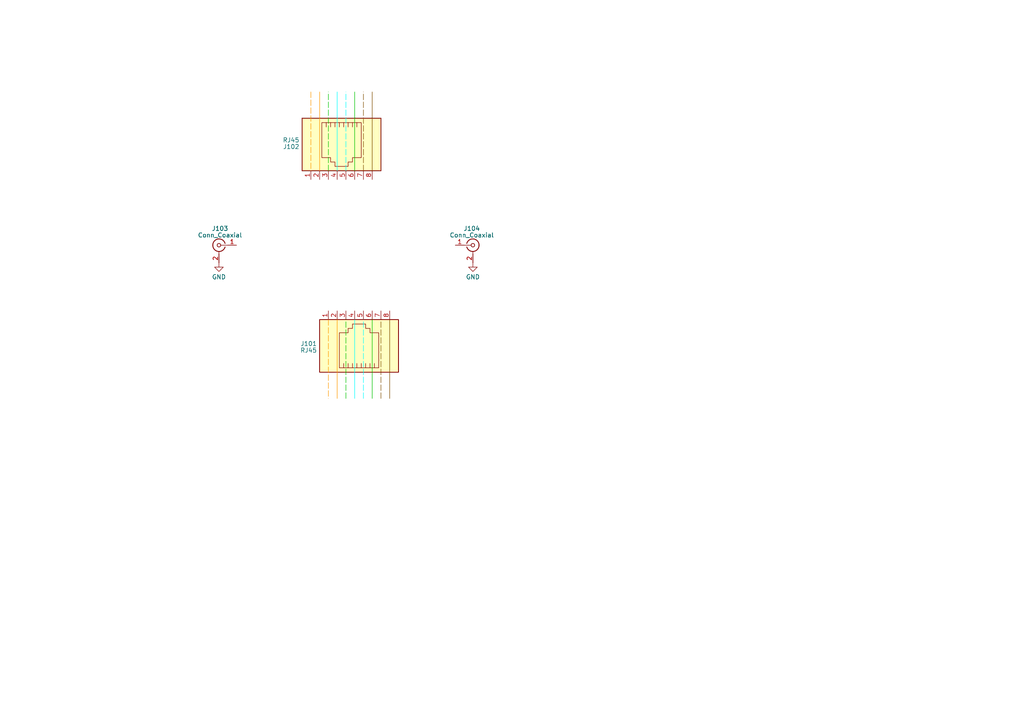
<source format=kicad_sch>
(kicad_sch (version 20230121) (generator eeschema)
  (paper "A4")
  (lib_symbols
    (symbol "Connector:Conn_Coaxial" (pin_names (offset 1.016) hide)
      (property "Reference" "J" (at 0.254 3.048 0))
      (property "Value" "Conn_Coaxial" (at 2.921 0 90))
      (symbol "Conn_Coaxial_0_1"
        (arc (start -1.778 -0.508) (mid 0.2311 -1.8066) (end 1.778 0) (stroke (width 0.254)))
        (polyline (pts (xy -2.54 0) (xy -0.508 0)))
        (polyline (pts (xy 0 -2.54) (xy 0 -1.778)))
        (circle (center 0 0) (radius 0.508) (stroke (width 0.2032)))
        (arc (start 1.778 0) (mid 0.2099 1.8101) (end -1.778 0.508) (stroke (width 0.254)))
      )
      (symbol "Conn_Coaxial_1_1"
        (pin passive line (at -5.08 0 0) (length 2.54) (name "In") (number "1"))
        (pin passive line (at 0 -5.08 90) (length 2.54) (name "Ext") (number "2"))
      )
    )
    (symbol "Connector:RJ45" (pin_names (offset 1.016))
      (property "Reference" "J" (at -5.08 13.97 0))
      (property "Value" "RJ45" (at 2.54 13.97 0))
      (symbol "RJ45_0_1"
        (polyline (pts (xy -5.08 4.445) (xy -6.35 4.445)))
        (polyline (pts (xy -5.08 5.715) (xy -6.35 5.715)))
        (polyline (pts (xy -6.35 -3.175) (xy -5.08 -3.175) (xy -5.08 -3.175)))
        (polyline (pts (xy -6.35 -1.905) (xy -5.08 -1.905) (xy -5.08 -1.905)))
        (polyline (pts (xy -6.35 -0.635) (xy -5.08 -0.635) (xy -5.08 -0.635)))
        (polyline (pts (xy -6.35 0.635) (xy -5.08 0.635) (xy -5.08 0.635)))
        (polyline (pts (xy -6.35 1.905) (xy -5.08 1.905) (xy -5.08 1.905)))
        (polyline (pts (xy -5.08 3.175) (xy -6.35 3.175) (xy -6.35 3.175)))
        (polyline (pts (xy -6.35 -4.445) (xy -6.35 6.985) (xy 3.81 6.985) (xy 3.81 4.445) (xy 5.08 4.445) (xy 5.08 3.175) (xy 6.35 3.175) (xy 6.35 -0.635) (xy 5.08 -0.635) (xy 5.08 -1.905) (xy 3.81 -1.905) (xy 3.81 -4.445) (xy -6.35 -4.445) (xy -6.35 -4.445)))
        (rectangle (start 7.62 12.7) (end -7.62 -10.16) (stroke (width 0.254)) (fill (type background)))
      )
      (symbol "RJ45_1_1"
        (pin passive line (at 10.16 -7.62 180) (length 2.54) (name "~") (number "1"))
        (pin passive line (at 10.16 -5.08 180) (length 2.54) (name "~") (number "2"))
        (pin passive line (at 10.16 -2.54 180) (length 2.54) (name "~") (number "3"))
        (pin passive line (at 10.16 0 180) (length 2.54) (name "~") (number "4"))
        (pin passive line (at 10.16 2.54 180) (length 2.54) (name "~") (number "5"))
        (pin passive line (at 10.16 5.08 180) (length 2.54) (name "~") (number "6"))
        (pin passive line (at 10.16 7.62 180) (length 2.54) (name "~") (number "7"))
        (pin passive line (at 10.16 10.16 180) (length 2.54) (name "~") (number "8"))
      )
    )
    (symbol "power:GND" (power) (pin_names (offset 0))
      (property "Value" "GND" (at 0 -3.81 0))
      (symbol "GND_0_1"
        (polyline (pts (xy 0 0) (xy 0 -1.27) (xy 1.27 -1.27) (xy 0 -2.54) (xy -1.27 -1.27) (xy 0 -1.27)))
      )
      (symbol "GND_1_1"
        (pin power_in line (at 0 0 270) (length 0) hide (name "GND") (number "1"))
      )
    )
  )
  (polyline (pts (xy 92.71 49.53) (xy 92.71 26.67)) (stroke (width 0) (color 255 153 0 1)))
  (polyline (pts (xy 95.25 92.71) (xy 95.25 115.57)) (stroke (width 0) (type dash) (color 255 153 0 1)))
  (polyline (pts (xy 110.49 115.57) (xy 110.49 92.71)) (stroke (width 0) (type dash) (color 128 77 0 1)))
  (polyline (pts (xy 105.41 49.53) (xy 105.41 26.67)) (stroke (width 0) (type dash) (color 128 77 0 1)))
  (polyline (pts (xy 90.17 26.67) (xy 90.17 49.53)) (stroke (width 0) (type dash) (color 255 153 0 1)))
  (polyline (pts (xy 113.03 115.57) (xy 113.03 92.71)) (stroke (width 0) (color 128 77 0 1)))
  (polyline (pts (xy 102.87 115.57) (xy 102.87 92.71)) (stroke (width 0) (color 0 255 255 1)))
  (polyline (pts (xy 95.25 49.53) (xy 95.25 26.67)) (stroke (width 0) (type dash) (color 0 194 0 1)))
  (polyline (pts (xy 100.33 115.57) (xy 100.33 92.71)) (stroke (width 0) (type dash) (color 0 194 0 1)))
  (polyline (pts (xy 100.33 49.53) (xy 100.33 26.67)) (stroke (width 0) (type dash) (color 0 255 255 1)))
  (polyline (pts (xy 107.95 49.53) (xy 107.95 26.67)) (stroke (width 0) (color 128 77 0 1)))
  (polyline (pts (xy 102.87 49.53) (xy 102.87 26.67)) (stroke (width 0) (color 0 194 0 1)))
  (polyline (pts (xy 97.79 115.57) (xy 97.79 92.71)) (stroke (width 0) (color 255 153 0 1)))
  (polyline (pts (xy 105.41 115.57) (xy 105.41 92.71)) (stroke (width 0) (type dash) (color 0 255 255 1)))
  (polyline (pts (xy 107.95 115.57) (xy 107.95 92.71)) (stroke (width 0) (color 0 194 0 1)))
  (polyline (pts (xy 97.79 49.53) (xy 97.79 26.67)) (stroke (width 0) (color 0 255 255 1)))
  (symbol (lib_id "Connector:RJ45") (at 97.79 41.91 270) (unit 1)
    (property "Reference" "J102" (at 86.868 42.5537 90) (effects (justify right)))
    (property "Value" "RJ45" (at 86.868 40.6327 90) (effects (justify right)))
  )
  (symbol (lib_id "Connector:Conn_Coaxial") (at 63.5 71.12 0) (mirror y) (unit 1)
    (property "Reference" "J103" (at 63.8174 66.2835 0))
    (property "Value" "Conn_Coaxial" (at 63.8174 68.2045 0))
    (property "Datasheet" " ~" (effects hide))
  )
  (symbol (lib_id "Connector:RJ45") (at 102.87 100.33 270) (mirror x) (unit 1)
    (property "Reference" "J101" (at 91.948 99.6863 90) (effects (justify right)))
    (property "Value" "RJ45" (at 91.948 101.6073 90) (effects (justify right)))
  )
  (symbol (lib_id "power:GND") (at 63.5 76.2 0) (unit 1)
    (property "Reference" "#PWR0101" (effects hide))
    (property "Value" "GND" (at 63.5 80.3355 0))
  )
  (symbol (lib_id "power:GND") (at 137.16 76.2 0) (unit 1)
    (property "Reference" "#PWR0102" (effects hide))
    (property "Value" "GND" (at 137.16 80.3355 0))
  )
  (symbol (lib_id "Connector:Conn_Coaxial") (at 137.16 71.12 0) (unit 1)
    (property "Reference" "J104" (at 136.8426 66.2835 0))
    (property "Value" "Conn_Coaxial" (at 136.8426 68.2045 0))
    (property "Datasheet" " ~" (effects hide))
  )
)
</source>
